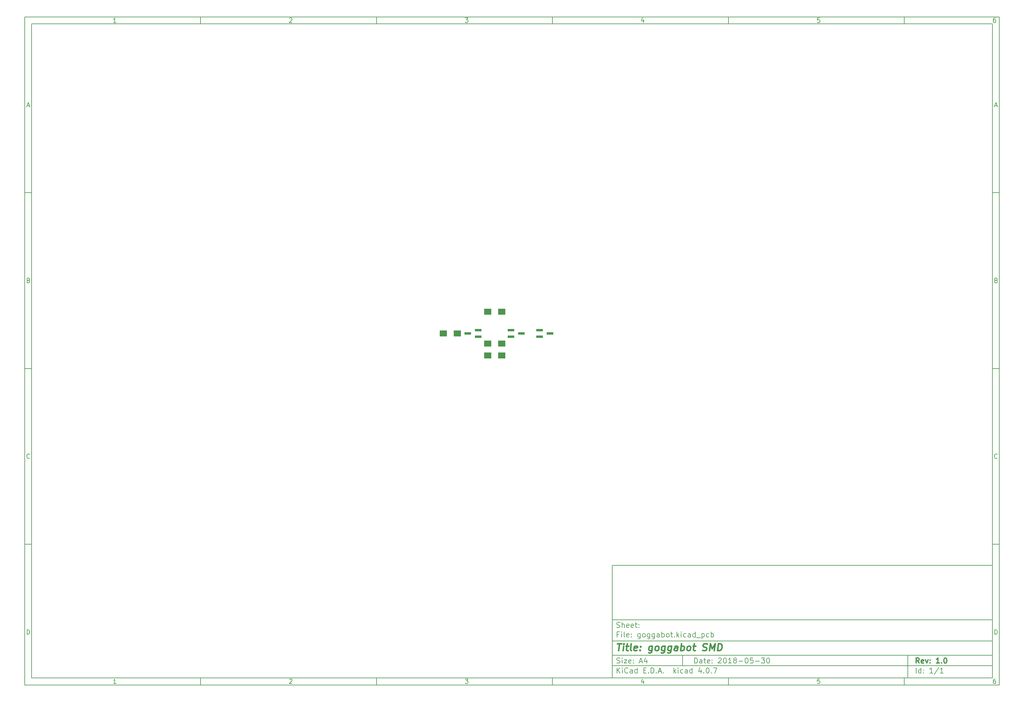
<source format=gbr>
G04 #@! TF.FileFunction,Paste,Top*
%FSLAX46Y46*%
G04 Gerber Fmt 4.6, Leading zero omitted, Abs format (unit mm)*
G04 Created by KiCad (PCBNEW 4.0.7) date 2018 May 30, Wednesday 19:48:18*
%MOMM*%
%LPD*%
G01*
G04 APERTURE LIST*
%ADD10C,0.100000*%
%ADD11C,0.150000*%
%ADD12C,0.300000*%
%ADD13C,0.400000*%
%ADD14R,1.900000X0.800000*%
%ADD15R,2.000000X1.700000*%
G04 APERTURE END LIST*
D10*
D11*
X177002200Y-166007200D02*
X177002200Y-198007200D01*
X285002200Y-198007200D01*
X285002200Y-166007200D01*
X177002200Y-166007200D01*
D10*
D11*
X10000000Y-10000000D02*
X10000000Y-200007200D01*
X287002200Y-200007200D01*
X287002200Y-10000000D01*
X10000000Y-10000000D01*
D10*
D11*
X12000000Y-12000000D02*
X12000000Y-198007200D01*
X285002200Y-198007200D01*
X285002200Y-12000000D01*
X12000000Y-12000000D01*
D10*
D11*
X60000000Y-12000000D02*
X60000000Y-10000000D01*
D10*
D11*
X110000000Y-12000000D02*
X110000000Y-10000000D01*
D10*
D11*
X160000000Y-12000000D02*
X160000000Y-10000000D01*
D10*
D11*
X210000000Y-12000000D02*
X210000000Y-10000000D01*
D10*
D11*
X260000000Y-12000000D02*
X260000000Y-10000000D01*
D10*
D11*
X35990476Y-11588095D02*
X35247619Y-11588095D01*
X35619048Y-11588095D02*
X35619048Y-10288095D01*
X35495238Y-10473810D01*
X35371429Y-10597619D01*
X35247619Y-10659524D01*
D10*
D11*
X85247619Y-10411905D02*
X85309524Y-10350000D01*
X85433333Y-10288095D01*
X85742857Y-10288095D01*
X85866667Y-10350000D01*
X85928571Y-10411905D01*
X85990476Y-10535714D01*
X85990476Y-10659524D01*
X85928571Y-10845238D01*
X85185714Y-11588095D01*
X85990476Y-11588095D01*
D10*
D11*
X135185714Y-10288095D02*
X135990476Y-10288095D01*
X135557143Y-10783333D01*
X135742857Y-10783333D01*
X135866667Y-10845238D01*
X135928571Y-10907143D01*
X135990476Y-11030952D01*
X135990476Y-11340476D01*
X135928571Y-11464286D01*
X135866667Y-11526190D01*
X135742857Y-11588095D01*
X135371429Y-11588095D01*
X135247619Y-11526190D01*
X135185714Y-11464286D01*
D10*
D11*
X185866667Y-10721429D02*
X185866667Y-11588095D01*
X185557143Y-10226190D02*
X185247619Y-11154762D01*
X186052381Y-11154762D01*
D10*
D11*
X235928571Y-10288095D02*
X235309524Y-10288095D01*
X235247619Y-10907143D01*
X235309524Y-10845238D01*
X235433333Y-10783333D01*
X235742857Y-10783333D01*
X235866667Y-10845238D01*
X235928571Y-10907143D01*
X235990476Y-11030952D01*
X235990476Y-11340476D01*
X235928571Y-11464286D01*
X235866667Y-11526190D01*
X235742857Y-11588095D01*
X235433333Y-11588095D01*
X235309524Y-11526190D01*
X235247619Y-11464286D01*
D10*
D11*
X285866667Y-10288095D02*
X285619048Y-10288095D01*
X285495238Y-10350000D01*
X285433333Y-10411905D01*
X285309524Y-10597619D01*
X285247619Y-10845238D01*
X285247619Y-11340476D01*
X285309524Y-11464286D01*
X285371429Y-11526190D01*
X285495238Y-11588095D01*
X285742857Y-11588095D01*
X285866667Y-11526190D01*
X285928571Y-11464286D01*
X285990476Y-11340476D01*
X285990476Y-11030952D01*
X285928571Y-10907143D01*
X285866667Y-10845238D01*
X285742857Y-10783333D01*
X285495238Y-10783333D01*
X285371429Y-10845238D01*
X285309524Y-10907143D01*
X285247619Y-11030952D01*
D10*
D11*
X60000000Y-198007200D02*
X60000000Y-200007200D01*
D10*
D11*
X110000000Y-198007200D02*
X110000000Y-200007200D01*
D10*
D11*
X160000000Y-198007200D02*
X160000000Y-200007200D01*
D10*
D11*
X210000000Y-198007200D02*
X210000000Y-200007200D01*
D10*
D11*
X260000000Y-198007200D02*
X260000000Y-200007200D01*
D10*
D11*
X35990476Y-199595295D02*
X35247619Y-199595295D01*
X35619048Y-199595295D02*
X35619048Y-198295295D01*
X35495238Y-198481010D01*
X35371429Y-198604819D01*
X35247619Y-198666724D01*
D10*
D11*
X85247619Y-198419105D02*
X85309524Y-198357200D01*
X85433333Y-198295295D01*
X85742857Y-198295295D01*
X85866667Y-198357200D01*
X85928571Y-198419105D01*
X85990476Y-198542914D01*
X85990476Y-198666724D01*
X85928571Y-198852438D01*
X85185714Y-199595295D01*
X85990476Y-199595295D01*
D10*
D11*
X135185714Y-198295295D02*
X135990476Y-198295295D01*
X135557143Y-198790533D01*
X135742857Y-198790533D01*
X135866667Y-198852438D01*
X135928571Y-198914343D01*
X135990476Y-199038152D01*
X135990476Y-199347676D01*
X135928571Y-199471486D01*
X135866667Y-199533390D01*
X135742857Y-199595295D01*
X135371429Y-199595295D01*
X135247619Y-199533390D01*
X135185714Y-199471486D01*
D10*
D11*
X185866667Y-198728629D02*
X185866667Y-199595295D01*
X185557143Y-198233390D02*
X185247619Y-199161962D01*
X186052381Y-199161962D01*
D10*
D11*
X235928571Y-198295295D02*
X235309524Y-198295295D01*
X235247619Y-198914343D01*
X235309524Y-198852438D01*
X235433333Y-198790533D01*
X235742857Y-198790533D01*
X235866667Y-198852438D01*
X235928571Y-198914343D01*
X235990476Y-199038152D01*
X235990476Y-199347676D01*
X235928571Y-199471486D01*
X235866667Y-199533390D01*
X235742857Y-199595295D01*
X235433333Y-199595295D01*
X235309524Y-199533390D01*
X235247619Y-199471486D01*
D10*
D11*
X285866667Y-198295295D02*
X285619048Y-198295295D01*
X285495238Y-198357200D01*
X285433333Y-198419105D01*
X285309524Y-198604819D01*
X285247619Y-198852438D01*
X285247619Y-199347676D01*
X285309524Y-199471486D01*
X285371429Y-199533390D01*
X285495238Y-199595295D01*
X285742857Y-199595295D01*
X285866667Y-199533390D01*
X285928571Y-199471486D01*
X285990476Y-199347676D01*
X285990476Y-199038152D01*
X285928571Y-198914343D01*
X285866667Y-198852438D01*
X285742857Y-198790533D01*
X285495238Y-198790533D01*
X285371429Y-198852438D01*
X285309524Y-198914343D01*
X285247619Y-199038152D01*
D10*
D11*
X10000000Y-60000000D02*
X12000000Y-60000000D01*
D10*
D11*
X10000000Y-110000000D02*
X12000000Y-110000000D01*
D10*
D11*
X10000000Y-160000000D02*
X12000000Y-160000000D01*
D10*
D11*
X10690476Y-35216667D02*
X11309524Y-35216667D01*
X10566667Y-35588095D02*
X11000000Y-34288095D01*
X11433333Y-35588095D01*
D10*
D11*
X11092857Y-84907143D02*
X11278571Y-84969048D01*
X11340476Y-85030952D01*
X11402381Y-85154762D01*
X11402381Y-85340476D01*
X11340476Y-85464286D01*
X11278571Y-85526190D01*
X11154762Y-85588095D01*
X10659524Y-85588095D01*
X10659524Y-84288095D01*
X11092857Y-84288095D01*
X11216667Y-84350000D01*
X11278571Y-84411905D01*
X11340476Y-84535714D01*
X11340476Y-84659524D01*
X11278571Y-84783333D01*
X11216667Y-84845238D01*
X11092857Y-84907143D01*
X10659524Y-84907143D01*
D10*
D11*
X11402381Y-135464286D02*
X11340476Y-135526190D01*
X11154762Y-135588095D01*
X11030952Y-135588095D01*
X10845238Y-135526190D01*
X10721429Y-135402381D01*
X10659524Y-135278571D01*
X10597619Y-135030952D01*
X10597619Y-134845238D01*
X10659524Y-134597619D01*
X10721429Y-134473810D01*
X10845238Y-134350000D01*
X11030952Y-134288095D01*
X11154762Y-134288095D01*
X11340476Y-134350000D01*
X11402381Y-134411905D01*
D10*
D11*
X10659524Y-185588095D02*
X10659524Y-184288095D01*
X10969048Y-184288095D01*
X11154762Y-184350000D01*
X11278571Y-184473810D01*
X11340476Y-184597619D01*
X11402381Y-184845238D01*
X11402381Y-185030952D01*
X11340476Y-185278571D01*
X11278571Y-185402381D01*
X11154762Y-185526190D01*
X10969048Y-185588095D01*
X10659524Y-185588095D01*
D10*
D11*
X287002200Y-60000000D02*
X285002200Y-60000000D01*
D10*
D11*
X287002200Y-110000000D02*
X285002200Y-110000000D01*
D10*
D11*
X287002200Y-160000000D02*
X285002200Y-160000000D01*
D10*
D11*
X285692676Y-35216667D02*
X286311724Y-35216667D01*
X285568867Y-35588095D02*
X286002200Y-34288095D01*
X286435533Y-35588095D01*
D10*
D11*
X286095057Y-84907143D02*
X286280771Y-84969048D01*
X286342676Y-85030952D01*
X286404581Y-85154762D01*
X286404581Y-85340476D01*
X286342676Y-85464286D01*
X286280771Y-85526190D01*
X286156962Y-85588095D01*
X285661724Y-85588095D01*
X285661724Y-84288095D01*
X286095057Y-84288095D01*
X286218867Y-84350000D01*
X286280771Y-84411905D01*
X286342676Y-84535714D01*
X286342676Y-84659524D01*
X286280771Y-84783333D01*
X286218867Y-84845238D01*
X286095057Y-84907143D01*
X285661724Y-84907143D01*
D10*
D11*
X286404581Y-135464286D02*
X286342676Y-135526190D01*
X286156962Y-135588095D01*
X286033152Y-135588095D01*
X285847438Y-135526190D01*
X285723629Y-135402381D01*
X285661724Y-135278571D01*
X285599819Y-135030952D01*
X285599819Y-134845238D01*
X285661724Y-134597619D01*
X285723629Y-134473810D01*
X285847438Y-134350000D01*
X286033152Y-134288095D01*
X286156962Y-134288095D01*
X286342676Y-134350000D01*
X286404581Y-134411905D01*
D10*
D11*
X285661724Y-185588095D02*
X285661724Y-184288095D01*
X285971248Y-184288095D01*
X286156962Y-184350000D01*
X286280771Y-184473810D01*
X286342676Y-184597619D01*
X286404581Y-184845238D01*
X286404581Y-185030952D01*
X286342676Y-185278571D01*
X286280771Y-185402381D01*
X286156962Y-185526190D01*
X285971248Y-185588095D01*
X285661724Y-185588095D01*
D10*
D11*
X200359343Y-193785771D02*
X200359343Y-192285771D01*
X200716486Y-192285771D01*
X200930771Y-192357200D01*
X201073629Y-192500057D01*
X201145057Y-192642914D01*
X201216486Y-192928629D01*
X201216486Y-193142914D01*
X201145057Y-193428629D01*
X201073629Y-193571486D01*
X200930771Y-193714343D01*
X200716486Y-193785771D01*
X200359343Y-193785771D01*
X202502200Y-193785771D02*
X202502200Y-193000057D01*
X202430771Y-192857200D01*
X202287914Y-192785771D01*
X202002200Y-192785771D01*
X201859343Y-192857200D01*
X202502200Y-193714343D02*
X202359343Y-193785771D01*
X202002200Y-193785771D01*
X201859343Y-193714343D01*
X201787914Y-193571486D01*
X201787914Y-193428629D01*
X201859343Y-193285771D01*
X202002200Y-193214343D01*
X202359343Y-193214343D01*
X202502200Y-193142914D01*
X203002200Y-192785771D02*
X203573629Y-192785771D01*
X203216486Y-192285771D02*
X203216486Y-193571486D01*
X203287914Y-193714343D01*
X203430772Y-193785771D01*
X203573629Y-193785771D01*
X204645057Y-193714343D02*
X204502200Y-193785771D01*
X204216486Y-193785771D01*
X204073629Y-193714343D01*
X204002200Y-193571486D01*
X204002200Y-193000057D01*
X204073629Y-192857200D01*
X204216486Y-192785771D01*
X204502200Y-192785771D01*
X204645057Y-192857200D01*
X204716486Y-193000057D01*
X204716486Y-193142914D01*
X204002200Y-193285771D01*
X205359343Y-193642914D02*
X205430771Y-193714343D01*
X205359343Y-193785771D01*
X205287914Y-193714343D01*
X205359343Y-193642914D01*
X205359343Y-193785771D01*
X205359343Y-192857200D02*
X205430771Y-192928629D01*
X205359343Y-193000057D01*
X205287914Y-192928629D01*
X205359343Y-192857200D01*
X205359343Y-193000057D01*
X207145057Y-192428629D02*
X207216486Y-192357200D01*
X207359343Y-192285771D01*
X207716486Y-192285771D01*
X207859343Y-192357200D01*
X207930772Y-192428629D01*
X208002200Y-192571486D01*
X208002200Y-192714343D01*
X207930772Y-192928629D01*
X207073629Y-193785771D01*
X208002200Y-193785771D01*
X208930771Y-192285771D02*
X209073628Y-192285771D01*
X209216485Y-192357200D01*
X209287914Y-192428629D01*
X209359343Y-192571486D01*
X209430771Y-192857200D01*
X209430771Y-193214343D01*
X209359343Y-193500057D01*
X209287914Y-193642914D01*
X209216485Y-193714343D01*
X209073628Y-193785771D01*
X208930771Y-193785771D01*
X208787914Y-193714343D01*
X208716485Y-193642914D01*
X208645057Y-193500057D01*
X208573628Y-193214343D01*
X208573628Y-192857200D01*
X208645057Y-192571486D01*
X208716485Y-192428629D01*
X208787914Y-192357200D01*
X208930771Y-192285771D01*
X210859342Y-193785771D02*
X210002199Y-193785771D01*
X210430771Y-193785771D02*
X210430771Y-192285771D01*
X210287914Y-192500057D01*
X210145056Y-192642914D01*
X210002199Y-192714343D01*
X211716485Y-192928629D02*
X211573627Y-192857200D01*
X211502199Y-192785771D01*
X211430770Y-192642914D01*
X211430770Y-192571486D01*
X211502199Y-192428629D01*
X211573627Y-192357200D01*
X211716485Y-192285771D01*
X212002199Y-192285771D01*
X212145056Y-192357200D01*
X212216485Y-192428629D01*
X212287913Y-192571486D01*
X212287913Y-192642914D01*
X212216485Y-192785771D01*
X212145056Y-192857200D01*
X212002199Y-192928629D01*
X211716485Y-192928629D01*
X211573627Y-193000057D01*
X211502199Y-193071486D01*
X211430770Y-193214343D01*
X211430770Y-193500057D01*
X211502199Y-193642914D01*
X211573627Y-193714343D01*
X211716485Y-193785771D01*
X212002199Y-193785771D01*
X212145056Y-193714343D01*
X212216485Y-193642914D01*
X212287913Y-193500057D01*
X212287913Y-193214343D01*
X212216485Y-193071486D01*
X212145056Y-193000057D01*
X212002199Y-192928629D01*
X212930770Y-193214343D02*
X214073627Y-193214343D01*
X215073627Y-192285771D02*
X215216484Y-192285771D01*
X215359341Y-192357200D01*
X215430770Y-192428629D01*
X215502199Y-192571486D01*
X215573627Y-192857200D01*
X215573627Y-193214343D01*
X215502199Y-193500057D01*
X215430770Y-193642914D01*
X215359341Y-193714343D01*
X215216484Y-193785771D01*
X215073627Y-193785771D01*
X214930770Y-193714343D01*
X214859341Y-193642914D01*
X214787913Y-193500057D01*
X214716484Y-193214343D01*
X214716484Y-192857200D01*
X214787913Y-192571486D01*
X214859341Y-192428629D01*
X214930770Y-192357200D01*
X215073627Y-192285771D01*
X216930770Y-192285771D02*
X216216484Y-192285771D01*
X216145055Y-193000057D01*
X216216484Y-192928629D01*
X216359341Y-192857200D01*
X216716484Y-192857200D01*
X216859341Y-192928629D01*
X216930770Y-193000057D01*
X217002198Y-193142914D01*
X217002198Y-193500057D01*
X216930770Y-193642914D01*
X216859341Y-193714343D01*
X216716484Y-193785771D01*
X216359341Y-193785771D01*
X216216484Y-193714343D01*
X216145055Y-193642914D01*
X217645055Y-193214343D02*
X218787912Y-193214343D01*
X219359341Y-192285771D02*
X220287912Y-192285771D01*
X219787912Y-192857200D01*
X220002198Y-192857200D01*
X220145055Y-192928629D01*
X220216484Y-193000057D01*
X220287912Y-193142914D01*
X220287912Y-193500057D01*
X220216484Y-193642914D01*
X220145055Y-193714343D01*
X220002198Y-193785771D01*
X219573626Y-193785771D01*
X219430769Y-193714343D01*
X219359341Y-193642914D01*
X221216483Y-192285771D02*
X221359340Y-192285771D01*
X221502197Y-192357200D01*
X221573626Y-192428629D01*
X221645055Y-192571486D01*
X221716483Y-192857200D01*
X221716483Y-193214343D01*
X221645055Y-193500057D01*
X221573626Y-193642914D01*
X221502197Y-193714343D01*
X221359340Y-193785771D01*
X221216483Y-193785771D01*
X221073626Y-193714343D01*
X221002197Y-193642914D01*
X220930769Y-193500057D01*
X220859340Y-193214343D01*
X220859340Y-192857200D01*
X220930769Y-192571486D01*
X221002197Y-192428629D01*
X221073626Y-192357200D01*
X221216483Y-192285771D01*
D10*
D11*
X177002200Y-194507200D02*
X285002200Y-194507200D01*
D10*
D11*
X178359343Y-196585771D02*
X178359343Y-195085771D01*
X179216486Y-196585771D02*
X178573629Y-195728629D01*
X179216486Y-195085771D02*
X178359343Y-195942914D01*
X179859343Y-196585771D02*
X179859343Y-195585771D01*
X179859343Y-195085771D02*
X179787914Y-195157200D01*
X179859343Y-195228629D01*
X179930771Y-195157200D01*
X179859343Y-195085771D01*
X179859343Y-195228629D01*
X181430772Y-196442914D02*
X181359343Y-196514343D01*
X181145057Y-196585771D01*
X181002200Y-196585771D01*
X180787915Y-196514343D01*
X180645057Y-196371486D01*
X180573629Y-196228629D01*
X180502200Y-195942914D01*
X180502200Y-195728629D01*
X180573629Y-195442914D01*
X180645057Y-195300057D01*
X180787915Y-195157200D01*
X181002200Y-195085771D01*
X181145057Y-195085771D01*
X181359343Y-195157200D01*
X181430772Y-195228629D01*
X182716486Y-196585771D02*
X182716486Y-195800057D01*
X182645057Y-195657200D01*
X182502200Y-195585771D01*
X182216486Y-195585771D01*
X182073629Y-195657200D01*
X182716486Y-196514343D02*
X182573629Y-196585771D01*
X182216486Y-196585771D01*
X182073629Y-196514343D01*
X182002200Y-196371486D01*
X182002200Y-196228629D01*
X182073629Y-196085771D01*
X182216486Y-196014343D01*
X182573629Y-196014343D01*
X182716486Y-195942914D01*
X184073629Y-196585771D02*
X184073629Y-195085771D01*
X184073629Y-196514343D02*
X183930772Y-196585771D01*
X183645058Y-196585771D01*
X183502200Y-196514343D01*
X183430772Y-196442914D01*
X183359343Y-196300057D01*
X183359343Y-195871486D01*
X183430772Y-195728629D01*
X183502200Y-195657200D01*
X183645058Y-195585771D01*
X183930772Y-195585771D01*
X184073629Y-195657200D01*
X185930772Y-195800057D02*
X186430772Y-195800057D01*
X186645058Y-196585771D02*
X185930772Y-196585771D01*
X185930772Y-195085771D01*
X186645058Y-195085771D01*
X187287915Y-196442914D02*
X187359343Y-196514343D01*
X187287915Y-196585771D01*
X187216486Y-196514343D01*
X187287915Y-196442914D01*
X187287915Y-196585771D01*
X188002201Y-196585771D02*
X188002201Y-195085771D01*
X188359344Y-195085771D01*
X188573629Y-195157200D01*
X188716487Y-195300057D01*
X188787915Y-195442914D01*
X188859344Y-195728629D01*
X188859344Y-195942914D01*
X188787915Y-196228629D01*
X188716487Y-196371486D01*
X188573629Y-196514343D01*
X188359344Y-196585771D01*
X188002201Y-196585771D01*
X189502201Y-196442914D02*
X189573629Y-196514343D01*
X189502201Y-196585771D01*
X189430772Y-196514343D01*
X189502201Y-196442914D01*
X189502201Y-196585771D01*
X190145058Y-196157200D02*
X190859344Y-196157200D01*
X190002201Y-196585771D02*
X190502201Y-195085771D01*
X191002201Y-196585771D01*
X191502201Y-196442914D02*
X191573629Y-196514343D01*
X191502201Y-196585771D01*
X191430772Y-196514343D01*
X191502201Y-196442914D01*
X191502201Y-196585771D01*
X194502201Y-196585771D02*
X194502201Y-195085771D01*
X194645058Y-196014343D02*
X195073629Y-196585771D01*
X195073629Y-195585771D02*
X194502201Y-196157200D01*
X195716487Y-196585771D02*
X195716487Y-195585771D01*
X195716487Y-195085771D02*
X195645058Y-195157200D01*
X195716487Y-195228629D01*
X195787915Y-195157200D01*
X195716487Y-195085771D01*
X195716487Y-195228629D01*
X197073630Y-196514343D02*
X196930773Y-196585771D01*
X196645059Y-196585771D01*
X196502201Y-196514343D01*
X196430773Y-196442914D01*
X196359344Y-196300057D01*
X196359344Y-195871486D01*
X196430773Y-195728629D01*
X196502201Y-195657200D01*
X196645059Y-195585771D01*
X196930773Y-195585771D01*
X197073630Y-195657200D01*
X198359344Y-196585771D02*
X198359344Y-195800057D01*
X198287915Y-195657200D01*
X198145058Y-195585771D01*
X197859344Y-195585771D01*
X197716487Y-195657200D01*
X198359344Y-196514343D02*
X198216487Y-196585771D01*
X197859344Y-196585771D01*
X197716487Y-196514343D01*
X197645058Y-196371486D01*
X197645058Y-196228629D01*
X197716487Y-196085771D01*
X197859344Y-196014343D01*
X198216487Y-196014343D01*
X198359344Y-195942914D01*
X199716487Y-196585771D02*
X199716487Y-195085771D01*
X199716487Y-196514343D02*
X199573630Y-196585771D01*
X199287916Y-196585771D01*
X199145058Y-196514343D01*
X199073630Y-196442914D01*
X199002201Y-196300057D01*
X199002201Y-195871486D01*
X199073630Y-195728629D01*
X199145058Y-195657200D01*
X199287916Y-195585771D01*
X199573630Y-195585771D01*
X199716487Y-195657200D01*
X202216487Y-195585771D02*
X202216487Y-196585771D01*
X201859344Y-195014343D02*
X201502201Y-196085771D01*
X202430773Y-196085771D01*
X203002201Y-196442914D02*
X203073629Y-196514343D01*
X203002201Y-196585771D01*
X202930772Y-196514343D01*
X203002201Y-196442914D01*
X203002201Y-196585771D01*
X204002201Y-195085771D02*
X204145058Y-195085771D01*
X204287915Y-195157200D01*
X204359344Y-195228629D01*
X204430773Y-195371486D01*
X204502201Y-195657200D01*
X204502201Y-196014343D01*
X204430773Y-196300057D01*
X204359344Y-196442914D01*
X204287915Y-196514343D01*
X204145058Y-196585771D01*
X204002201Y-196585771D01*
X203859344Y-196514343D01*
X203787915Y-196442914D01*
X203716487Y-196300057D01*
X203645058Y-196014343D01*
X203645058Y-195657200D01*
X203716487Y-195371486D01*
X203787915Y-195228629D01*
X203859344Y-195157200D01*
X204002201Y-195085771D01*
X205145058Y-196442914D02*
X205216486Y-196514343D01*
X205145058Y-196585771D01*
X205073629Y-196514343D01*
X205145058Y-196442914D01*
X205145058Y-196585771D01*
X205716487Y-195085771D02*
X206716487Y-195085771D01*
X206073630Y-196585771D01*
D10*
D11*
X177002200Y-191507200D02*
X285002200Y-191507200D01*
D10*
D12*
X264216486Y-193785771D02*
X263716486Y-193071486D01*
X263359343Y-193785771D02*
X263359343Y-192285771D01*
X263930771Y-192285771D01*
X264073629Y-192357200D01*
X264145057Y-192428629D01*
X264216486Y-192571486D01*
X264216486Y-192785771D01*
X264145057Y-192928629D01*
X264073629Y-193000057D01*
X263930771Y-193071486D01*
X263359343Y-193071486D01*
X265430771Y-193714343D02*
X265287914Y-193785771D01*
X265002200Y-193785771D01*
X264859343Y-193714343D01*
X264787914Y-193571486D01*
X264787914Y-193000057D01*
X264859343Y-192857200D01*
X265002200Y-192785771D01*
X265287914Y-192785771D01*
X265430771Y-192857200D01*
X265502200Y-193000057D01*
X265502200Y-193142914D01*
X264787914Y-193285771D01*
X266002200Y-192785771D02*
X266359343Y-193785771D01*
X266716485Y-192785771D01*
X267287914Y-193642914D02*
X267359342Y-193714343D01*
X267287914Y-193785771D01*
X267216485Y-193714343D01*
X267287914Y-193642914D01*
X267287914Y-193785771D01*
X267287914Y-192857200D02*
X267359342Y-192928629D01*
X267287914Y-193000057D01*
X267216485Y-192928629D01*
X267287914Y-192857200D01*
X267287914Y-193000057D01*
X269930771Y-193785771D02*
X269073628Y-193785771D01*
X269502200Y-193785771D02*
X269502200Y-192285771D01*
X269359343Y-192500057D01*
X269216485Y-192642914D01*
X269073628Y-192714343D01*
X270573628Y-193642914D02*
X270645056Y-193714343D01*
X270573628Y-193785771D01*
X270502199Y-193714343D01*
X270573628Y-193642914D01*
X270573628Y-193785771D01*
X271573628Y-192285771D02*
X271716485Y-192285771D01*
X271859342Y-192357200D01*
X271930771Y-192428629D01*
X272002200Y-192571486D01*
X272073628Y-192857200D01*
X272073628Y-193214343D01*
X272002200Y-193500057D01*
X271930771Y-193642914D01*
X271859342Y-193714343D01*
X271716485Y-193785771D01*
X271573628Y-193785771D01*
X271430771Y-193714343D01*
X271359342Y-193642914D01*
X271287914Y-193500057D01*
X271216485Y-193214343D01*
X271216485Y-192857200D01*
X271287914Y-192571486D01*
X271359342Y-192428629D01*
X271430771Y-192357200D01*
X271573628Y-192285771D01*
D10*
D11*
X178287914Y-193714343D02*
X178502200Y-193785771D01*
X178859343Y-193785771D01*
X179002200Y-193714343D01*
X179073629Y-193642914D01*
X179145057Y-193500057D01*
X179145057Y-193357200D01*
X179073629Y-193214343D01*
X179002200Y-193142914D01*
X178859343Y-193071486D01*
X178573629Y-193000057D01*
X178430771Y-192928629D01*
X178359343Y-192857200D01*
X178287914Y-192714343D01*
X178287914Y-192571486D01*
X178359343Y-192428629D01*
X178430771Y-192357200D01*
X178573629Y-192285771D01*
X178930771Y-192285771D01*
X179145057Y-192357200D01*
X179787914Y-193785771D02*
X179787914Y-192785771D01*
X179787914Y-192285771D02*
X179716485Y-192357200D01*
X179787914Y-192428629D01*
X179859342Y-192357200D01*
X179787914Y-192285771D01*
X179787914Y-192428629D01*
X180359343Y-192785771D02*
X181145057Y-192785771D01*
X180359343Y-193785771D01*
X181145057Y-193785771D01*
X182287914Y-193714343D02*
X182145057Y-193785771D01*
X181859343Y-193785771D01*
X181716486Y-193714343D01*
X181645057Y-193571486D01*
X181645057Y-193000057D01*
X181716486Y-192857200D01*
X181859343Y-192785771D01*
X182145057Y-192785771D01*
X182287914Y-192857200D01*
X182359343Y-193000057D01*
X182359343Y-193142914D01*
X181645057Y-193285771D01*
X183002200Y-193642914D02*
X183073628Y-193714343D01*
X183002200Y-193785771D01*
X182930771Y-193714343D01*
X183002200Y-193642914D01*
X183002200Y-193785771D01*
X183002200Y-192857200D02*
X183073628Y-192928629D01*
X183002200Y-193000057D01*
X182930771Y-192928629D01*
X183002200Y-192857200D01*
X183002200Y-193000057D01*
X184787914Y-193357200D02*
X185502200Y-193357200D01*
X184645057Y-193785771D02*
X185145057Y-192285771D01*
X185645057Y-193785771D01*
X186787914Y-192785771D02*
X186787914Y-193785771D01*
X186430771Y-192214343D02*
X186073628Y-193285771D01*
X187002200Y-193285771D01*
D10*
D11*
X263359343Y-196585771D02*
X263359343Y-195085771D01*
X264716486Y-196585771D02*
X264716486Y-195085771D01*
X264716486Y-196514343D02*
X264573629Y-196585771D01*
X264287915Y-196585771D01*
X264145057Y-196514343D01*
X264073629Y-196442914D01*
X264002200Y-196300057D01*
X264002200Y-195871486D01*
X264073629Y-195728629D01*
X264145057Y-195657200D01*
X264287915Y-195585771D01*
X264573629Y-195585771D01*
X264716486Y-195657200D01*
X265430772Y-196442914D02*
X265502200Y-196514343D01*
X265430772Y-196585771D01*
X265359343Y-196514343D01*
X265430772Y-196442914D01*
X265430772Y-196585771D01*
X265430772Y-195657200D02*
X265502200Y-195728629D01*
X265430772Y-195800057D01*
X265359343Y-195728629D01*
X265430772Y-195657200D01*
X265430772Y-195800057D01*
X268073629Y-196585771D02*
X267216486Y-196585771D01*
X267645058Y-196585771D02*
X267645058Y-195085771D01*
X267502201Y-195300057D01*
X267359343Y-195442914D01*
X267216486Y-195514343D01*
X269787914Y-195014343D02*
X268502200Y-196942914D01*
X271073629Y-196585771D02*
X270216486Y-196585771D01*
X270645058Y-196585771D02*
X270645058Y-195085771D01*
X270502201Y-195300057D01*
X270359343Y-195442914D01*
X270216486Y-195514343D01*
D10*
D11*
X177002200Y-187507200D02*
X285002200Y-187507200D01*
D10*
D13*
X178454581Y-188211962D02*
X179597438Y-188211962D01*
X178776010Y-190211962D02*
X179026010Y-188211962D01*
X180014105Y-190211962D02*
X180180771Y-188878629D01*
X180264105Y-188211962D02*
X180156962Y-188307200D01*
X180240295Y-188402438D01*
X180347439Y-188307200D01*
X180264105Y-188211962D01*
X180240295Y-188402438D01*
X180847438Y-188878629D02*
X181609343Y-188878629D01*
X181216486Y-188211962D02*
X181002200Y-189926248D01*
X181073630Y-190116724D01*
X181252201Y-190211962D01*
X181442677Y-190211962D01*
X182395058Y-190211962D02*
X182216487Y-190116724D01*
X182145057Y-189926248D01*
X182359343Y-188211962D01*
X183930772Y-190116724D02*
X183728391Y-190211962D01*
X183347439Y-190211962D01*
X183168867Y-190116724D01*
X183097438Y-189926248D01*
X183192676Y-189164343D01*
X183311724Y-188973867D01*
X183514105Y-188878629D01*
X183895057Y-188878629D01*
X184073629Y-188973867D01*
X184145057Y-189164343D01*
X184121248Y-189354819D01*
X183145057Y-189545295D01*
X184895057Y-190021486D02*
X184978392Y-190116724D01*
X184871248Y-190211962D01*
X184787915Y-190116724D01*
X184895057Y-190021486D01*
X184871248Y-190211962D01*
X185026010Y-188973867D02*
X185109344Y-189069105D01*
X185002200Y-189164343D01*
X184918867Y-189069105D01*
X185026010Y-188973867D01*
X185002200Y-189164343D01*
X188371248Y-188878629D02*
X188168867Y-190497676D01*
X188049820Y-190688152D01*
X187942677Y-190783390D01*
X187740296Y-190878629D01*
X187454582Y-190878629D01*
X187276010Y-190783390D01*
X188216487Y-190116724D02*
X188014106Y-190211962D01*
X187633154Y-190211962D01*
X187454583Y-190116724D01*
X187371248Y-190021486D01*
X187299820Y-189831010D01*
X187371248Y-189259581D01*
X187490296Y-189069105D01*
X187597440Y-188973867D01*
X187799820Y-188878629D01*
X188180772Y-188878629D01*
X188359344Y-188973867D01*
X189442678Y-190211962D02*
X189264107Y-190116724D01*
X189180772Y-190021486D01*
X189109344Y-189831010D01*
X189180772Y-189259581D01*
X189299820Y-189069105D01*
X189406964Y-188973867D01*
X189609344Y-188878629D01*
X189895058Y-188878629D01*
X190073630Y-188973867D01*
X190156963Y-189069105D01*
X190228391Y-189259581D01*
X190156963Y-189831010D01*
X190037915Y-190021486D01*
X189930773Y-190116724D01*
X189728392Y-190211962D01*
X189442678Y-190211962D01*
X191990296Y-188878629D02*
X191787915Y-190497676D01*
X191668868Y-190688152D01*
X191561725Y-190783390D01*
X191359344Y-190878629D01*
X191073630Y-190878629D01*
X190895058Y-190783390D01*
X191835535Y-190116724D02*
X191633154Y-190211962D01*
X191252202Y-190211962D01*
X191073631Y-190116724D01*
X190990296Y-190021486D01*
X190918868Y-189831010D01*
X190990296Y-189259581D01*
X191109344Y-189069105D01*
X191216488Y-188973867D01*
X191418868Y-188878629D01*
X191799820Y-188878629D01*
X191978392Y-188973867D01*
X193799820Y-188878629D02*
X193597439Y-190497676D01*
X193478392Y-190688152D01*
X193371249Y-190783390D01*
X193168868Y-190878629D01*
X192883154Y-190878629D01*
X192704582Y-190783390D01*
X193645059Y-190116724D02*
X193442678Y-190211962D01*
X193061726Y-190211962D01*
X192883155Y-190116724D01*
X192799820Y-190021486D01*
X192728392Y-189831010D01*
X192799820Y-189259581D01*
X192918868Y-189069105D01*
X193026012Y-188973867D01*
X193228392Y-188878629D01*
X193609344Y-188878629D01*
X193787916Y-188973867D01*
X195442678Y-190211962D02*
X195573630Y-189164343D01*
X195502202Y-188973867D01*
X195323630Y-188878629D01*
X194942678Y-188878629D01*
X194740297Y-188973867D01*
X195454583Y-190116724D02*
X195252202Y-190211962D01*
X194776012Y-190211962D01*
X194597440Y-190116724D01*
X194526011Y-189926248D01*
X194549821Y-189735771D01*
X194668868Y-189545295D01*
X194871250Y-189450057D01*
X195347440Y-189450057D01*
X195549821Y-189354819D01*
X196395059Y-190211962D02*
X196645059Y-188211962D01*
X196549821Y-188973867D02*
X196752202Y-188878629D01*
X197133154Y-188878629D01*
X197311726Y-188973867D01*
X197395059Y-189069105D01*
X197466487Y-189259581D01*
X197395059Y-189831010D01*
X197276011Y-190021486D01*
X197168869Y-190116724D01*
X196966488Y-190211962D01*
X196585536Y-190211962D01*
X196406964Y-190116724D01*
X198490298Y-190211962D02*
X198311727Y-190116724D01*
X198228392Y-190021486D01*
X198156964Y-189831010D01*
X198228392Y-189259581D01*
X198347440Y-189069105D01*
X198454584Y-188973867D01*
X198656964Y-188878629D01*
X198942678Y-188878629D01*
X199121250Y-188973867D01*
X199204583Y-189069105D01*
X199276011Y-189259581D01*
X199204583Y-189831010D01*
X199085535Y-190021486D01*
X198978393Y-190116724D01*
X198776012Y-190211962D01*
X198490298Y-190211962D01*
X199895059Y-188878629D02*
X200656964Y-188878629D01*
X200264107Y-188211962D02*
X200049821Y-189926248D01*
X200121251Y-190116724D01*
X200299822Y-190211962D01*
X200490298Y-190211962D01*
X202597441Y-190116724D02*
X202871251Y-190211962D01*
X203347441Y-190211962D01*
X203549822Y-190116724D01*
X203656964Y-190021486D01*
X203776013Y-189831010D01*
X203799822Y-189640533D01*
X203728393Y-189450057D01*
X203645060Y-189354819D01*
X203466488Y-189259581D01*
X203097441Y-189164343D01*
X202918870Y-189069105D01*
X202835536Y-188973867D01*
X202764107Y-188783390D01*
X202787917Y-188592914D01*
X202906964Y-188402438D01*
X203014108Y-188307200D01*
X203216489Y-188211962D01*
X203692679Y-188211962D01*
X203966489Y-188307200D01*
X204585536Y-190211962D02*
X204835536Y-188211962D01*
X205323631Y-189640533D01*
X206168870Y-188211962D01*
X205918870Y-190211962D01*
X206871250Y-190211962D02*
X207121250Y-188211962D01*
X207597441Y-188211962D01*
X207871250Y-188307200D01*
X208037917Y-188497676D01*
X208109346Y-188688152D01*
X208156965Y-189069105D01*
X208121251Y-189354819D01*
X207978394Y-189735771D01*
X207859345Y-189926248D01*
X207645060Y-190116724D01*
X207347441Y-190211962D01*
X206871250Y-190211962D01*
D10*
D11*
X178859343Y-185600057D02*
X178359343Y-185600057D01*
X178359343Y-186385771D02*
X178359343Y-184885771D01*
X179073629Y-184885771D01*
X179645057Y-186385771D02*
X179645057Y-185385771D01*
X179645057Y-184885771D02*
X179573628Y-184957200D01*
X179645057Y-185028629D01*
X179716485Y-184957200D01*
X179645057Y-184885771D01*
X179645057Y-185028629D01*
X180573629Y-186385771D02*
X180430771Y-186314343D01*
X180359343Y-186171486D01*
X180359343Y-184885771D01*
X181716485Y-186314343D02*
X181573628Y-186385771D01*
X181287914Y-186385771D01*
X181145057Y-186314343D01*
X181073628Y-186171486D01*
X181073628Y-185600057D01*
X181145057Y-185457200D01*
X181287914Y-185385771D01*
X181573628Y-185385771D01*
X181716485Y-185457200D01*
X181787914Y-185600057D01*
X181787914Y-185742914D01*
X181073628Y-185885771D01*
X182430771Y-186242914D02*
X182502199Y-186314343D01*
X182430771Y-186385771D01*
X182359342Y-186314343D01*
X182430771Y-186242914D01*
X182430771Y-186385771D01*
X182430771Y-185457200D02*
X182502199Y-185528629D01*
X182430771Y-185600057D01*
X182359342Y-185528629D01*
X182430771Y-185457200D01*
X182430771Y-185600057D01*
X184930771Y-185385771D02*
X184930771Y-186600057D01*
X184859342Y-186742914D01*
X184787914Y-186814343D01*
X184645057Y-186885771D01*
X184430771Y-186885771D01*
X184287914Y-186814343D01*
X184930771Y-186314343D02*
X184787914Y-186385771D01*
X184502200Y-186385771D01*
X184359342Y-186314343D01*
X184287914Y-186242914D01*
X184216485Y-186100057D01*
X184216485Y-185671486D01*
X184287914Y-185528629D01*
X184359342Y-185457200D01*
X184502200Y-185385771D01*
X184787914Y-185385771D01*
X184930771Y-185457200D01*
X185859343Y-186385771D02*
X185716485Y-186314343D01*
X185645057Y-186242914D01*
X185573628Y-186100057D01*
X185573628Y-185671486D01*
X185645057Y-185528629D01*
X185716485Y-185457200D01*
X185859343Y-185385771D01*
X186073628Y-185385771D01*
X186216485Y-185457200D01*
X186287914Y-185528629D01*
X186359343Y-185671486D01*
X186359343Y-186100057D01*
X186287914Y-186242914D01*
X186216485Y-186314343D01*
X186073628Y-186385771D01*
X185859343Y-186385771D01*
X187645057Y-185385771D02*
X187645057Y-186600057D01*
X187573628Y-186742914D01*
X187502200Y-186814343D01*
X187359343Y-186885771D01*
X187145057Y-186885771D01*
X187002200Y-186814343D01*
X187645057Y-186314343D02*
X187502200Y-186385771D01*
X187216486Y-186385771D01*
X187073628Y-186314343D01*
X187002200Y-186242914D01*
X186930771Y-186100057D01*
X186930771Y-185671486D01*
X187002200Y-185528629D01*
X187073628Y-185457200D01*
X187216486Y-185385771D01*
X187502200Y-185385771D01*
X187645057Y-185457200D01*
X189002200Y-185385771D02*
X189002200Y-186600057D01*
X188930771Y-186742914D01*
X188859343Y-186814343D01*
X188716486Y-186885771D01*
X188502200Y-186885771D01*
X188359343Y-186814343D01*
X189002200Y-186314343D02*
X188859343Y-186385771D01*
X188573629Y-186385771D01*
X188430771Y-186314343D01*
X188359343Y-186242914D01*
X188287914Y-186100057D01*
X188287914Y-185671486D01*
X188359343Y-185528629D01*
X188430771Y-185457200D01*
X188573629Y-185385771D01*
X188859343Y-185385771D01*
X189002200Y-185457200D01*
X190359343Y-186385771D02*
X190359343Y-185600057D01*
X190287914Y-185457200D01*
X190145057Y-185385771D01*
X189859343Y-185385771D01*
X189716486Y-185457200D01*
X190359343Y-186314343D02*
X190216486Y-186385771D01*
X189859343Y-186385771D01*
X189716486Y-186314343D01*
X189645057Y-186171486D01*
X189645057Y-186028629D01*
X189716486Y-185885771D01*
X189859343Y-185814343D01*
X190216486Y-185814343D01*
X190359343Y-185742914D01*
X191073629Y-186385771D02*
X191073629Y-184885771D01*
X191073629Y-185457200D02*
X191216486Y-185385771D01*
X191502200Y-185385771D01*
X191645057Y-185457200D01*
X191716486Y-185528629D01*
X191787915Y-185671486D01*
X191787915Y-186100057D01*
X191716486Y-186242914D01*
X191645057Y-186314343D01*
X191502200Y-186385771D01*
X191216486Y-186385771D01*
X191073629Y-186314343D01*
X192645058Y-186385771D02*
X192502200Y-186314343D01*
X192430772Y-186242914D01*
X192359343Y-186100057D01*
X192359343Y-185671486D01*
X192430772Y-185528629D01*
X192502200Y-185457200D01*
X192645058Y-185385771D01*
X192859343Y-185385771D01*
X193002200Y-185457200D01*
X193073629Y-185528629D01*
X193145058Y-185671486D01*
X193145058Y-186100057D01*
X193073629Y-186242914D01*
X193002200Y-186314343D01*
X192859343Y-186385771D01*
X192645058Y-186385771D01*
X193573629Y-185385771D02*
X194145058Y-185385771D01*
X193787915Y-184885771D02*
X193787915Y-186171486D01*
X193859343Y-186314343D01*
X194002201Y-186385771D01*
X194145058Y-186385771D01*
X194645058Y-186242914D02*
X194716486Y-186314343D01*
X194645058Y-186385771D01*
X194573629Y-186314343D01*
X194645058Y-186242914D01*
X194645058Y-186385771D01*
X195359344Y-186385771D02*
X195359344Y-184885771D01*
X195502201Y-185814343D02*
X195930772Y-186385771D01*
X195930772Y-185385771D02*
X195359344Y-185957200D01*
X196573630Y-186385771D02*
X196573630Y-185385771D01*
X196573630Y-184885771D02*
X196502201Y-184957200D01*
X196573630Y-185028629D01*
X196645058Y-184957200D01*
X196573630Y-184885771D01*
X196573630Y-185028629D01*
X197930773Y-186314343D02*
X197787916Y-186385771D01*
X197502202Y-186385771D01*
X197359344Y-186314343D01*
X197287916Y-186242914D01*
X197216487Y-186100057D01*
X197216487Y-185671486D01*
X197287916Y-185528629D01*
X197359344Y-185457200D01*
X197502202Y-185385771D01*
X197787916Y-185385771D01*
X197930773Y-185457200D01*
X199216487Y-186385771D02*
X199216487Y-185600057D01*
X199145058Y-185457200D01*
X199002201Y-185385771D01*
X198716487Y-185385771D01*
X198573630Y-185457200D01*
X199216487Y-186314343D02*
X199073630Y-186385771D01*
X198716487Y-186385771D01*
X198573630Y-186314343D01*
X198502201Y-186171486D01*
X198502201Y-186028629D01*
X198573630Y-185885771D01*
X198716487Y-185814343D01*
X199073630Y-185814343D01*
X199216487Y-185742914D01*
X200573630Y-186385771D02*
X200573630Y-184885771D01*
X200573630Y-186314343D02*
X200430773Y-186385771D01*
X200145059Y-186385771D01*
X200002201Y-186314343D01*
X199930773Y-186242914D01*
X199859344Y-186100057D01*
X199859344Y-185671486D01*
X199930773Y-185528629D01*
X200002201Y-185457200D01*
X200145059Y-185385771D01*
X200430773Y-185385771D01*
X200573630Y-185457200D01*
X200930773Y-186528629D02*
X202073630Y-186528629D01*
X202430773Y-185385771D02*
X202430773Y-186885771D01*
X202430773Y-185457200D02*
X202573630Y-185385771D01*
X202859344Y-185385771D01*
X203002201Y-185457200D01*
X203073630Y-185528629D01*
X203145059Y-185671486D01*
X203145059Y-186100057D01*
X203073630Y-186242914D01*
X203002201Y-186314343D01*
X202859344Y-186385771D01*
X202573630Y-186385771D01*
X202430773Y-186314343D01*
X204430773Y-186314343D02*
X204287916Y-186385771D01*
X204002202Y-186385771D01*
X203859344Y-186314343D01*
X203787916Y-186242914D01*
X203716487Y-186100057D01*
X203716487Y-185671486D01*
X203787916Y-185528629D01*
X203859344Y-185457200D01*
X204002202Y-185385771D01*
X204287916Y-185385771D01*
X204430773Y-185457200D01*
X205073630Y-186385771D02*
X205073630Y-184885771D01*
X205073630Y-185457200D02*
X205216487Y-185385771D01*
X205502201Y-185385771D01*
X205645058Y-185457200D01*
X205716487Y-185528629D01*
X205787916Y-185671486D01*
X205787916Y-186100057D01*
X205716487Y-186242914D01*
X205645058Y-186314343D01*
X205502201Y-186385771D01*
X205216487Y-186385771D01*
X205073630Y-186314343D01*
D10*
D11*
X177002200Y-181507200D02*
X285002200Y-181507200D01*
D10*
D11*
X178287914Y-183614343D02*
X178502200Y-183685771D01*
X178859343Y-183685771D01*
X179002200Y-183614343D01*
X179073629Y-183542914D01*
X179145057Y-183400057D01*
X179145057Y-183257200D01*
X179073629Y-183114343D01*
X179002200Y-183042914D01*
X178859343Y-182971486D01*
X178573629Y-182900057D01*
X178430771Y-182828629D01*
X178359343Y-182757200D01*
X178287914Y-182614343D01*
X178287914Y-182471486D01*
X178359343Y-182328629D01*
X178430771Y-182257200D01*
X178573629Y-182185771D01*
X178930771Y-182185771D01*
X179145057Y-182257200D01*
X179787914Y-183685771D02*
X179787914Y-182185771D01*
X180430771Y-183685771D02*
X180430771Y-182900057D01*
X180359342Y-182757200D01*
X180216485Y-182685771D01*
X180002200Y-182685771D01*
X179859342Y-182757200D01*
X179787914Y-182828629D01*
X181716485Y-183614343D02*
X181573628Y-183685771D01*
X181287914Y-183685771D01*
X181145057Y-183614343D01*
X181073628Y-183471486D01*
X181073628Y-182900057D01*
X181145057Y-182757200D01*
X181287914Y-182685771D01*
X181573628Y-182685771D01*
X181716485Y-182757200D01*
X181787914Y-182900057D01*
X181787914Y-183042914D01*
X181073628Y-183185771D01*
X183002199Y-183614343D02*
X182859342Y-183685771D01*
X182573628Y-183685771D01*
X182430771Y-183614343D01*
X182359342Y-183471486D01*
X182359342Y-182900057D01*
X182430771Y-182757200D01*
X182573628Y-182685771D01*
X182859342Y-182685771D01*
X183002199Y-182757200D01*
X183073628Y-182900057D01*
X183073628Y-183042914D01*
X182359342Y-183185771D01*
X183502199Y-182685771D02*
X184073628Y-182685771D01*
X183716485Y-182185771D02*
X183716485Y-183471486D01*
X183787913Y-183614343D01*
X183930771Y-183685771D01*
X184073628Y-183685771D01*
X184573628Y-183542914D02*
X184645056Y-183614343D01*
X184573628Y-183685771D01*
X184502199Y-183614343D01*
X184573628Y-183542914D01*
X184573628Y-183685771D01*
X184573628Y-182757200D02*
X184645056Y-182828629D01*
X184573628Y-182900057D01*
X184502199Y-182828629D01*
X184573628Y-182757200D01*
X184573628Y-182900057D01*
D10*
D11*
X197002200Y-191507200D02*
X197002200Y-194507200D01*
D10*
D11*
X261002200Y-191507200D02*
X261002200Y-198007200D01*
D14*
X156300000Y-99050000D03*
X156300000Y-100950000D03*
X159300000Y-100000000D03*
D15*
X141600000Y-106300000D03*
X145600000Y-106300000D03*
X133000000Y-100000000D03*
X129000000Y-100000000D03*
X145600000Y-102900000D03*
X141600000Y-102900000D03*
X141600000Y-93800000D03*
X145600000Y-93800000D03*
D14*
X138900000Y-100950000D03*
X138900000Y-99050000D03*
X135900000Y-100000000D03*
X148200000Y-99050000D03*
X148200000Y-100950000D03*
X151200000Y-100000000D03*
M02*

</source>
